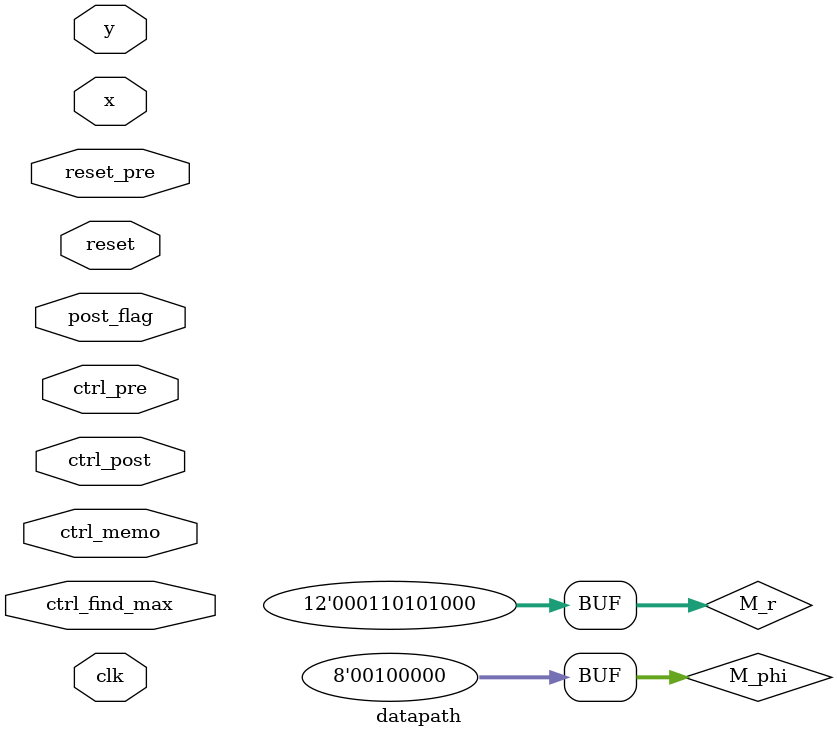
<source format=v>


module datapath(clk, reset_pre, reset, x, y, ctrl_pre, ctrl_memo, ctrl_find_max, ctrl_post, post_flag);
			parameter msb_ctrl_pre = 29, msb_ctrl_memo = 11, msb_ctrl_max = 16, msb_ctrl_post = 8
			, msb = 15
			, msb_phi = 7, msb_r = 11, msb_cnt = 15, msb_M = 35, msb_xy = 15;
			input[msb_xy:0] x, y;
			input clk, reset_pre, post_flag;
			input[2:0] reset;
			input[msb_ctrl_pre:0] ctrl_pre;
			input[msb_ctrl_memo:0] ctrl_memo;
			input[msb_ctrl_max:0] ctrl_find_max;
			input[msb_ctrl_post:0] ctrl_post;

			wire[msb_xy:0] phi_degree, r_pre;
			wire[msb_r:0] r_int, M1_r, M2_r, M_r;
			wire[msb_phi:0] phi_int, M1_phi, M2_phi, M_phi;
			wire[msb_cnt:0] cnt_int;
			wire[msb_M:0] M1, M2;
			wire[msb:0] add_memo, j;


			block_pre bk_pre(.clk(clk), .reset(reset_pre), .reset_post(reset[2]), .x(x), .y(y), .ctrl_pre(ctrl_pre), .ctrl_post(ctrl_post), .phi_degree(phi_degree)
			, .r_pre(r_pre), .phi_int(phi_int), .M_phi(M_phi), .r_int(r_int), .M_r(M_r), .add_memo(add_memo), .j(j), .post_flag(post_flag));
									
			block_memo bk_memo(.clk(clk), .reset(reset[1]), .r_pre(r_pre), .phi_degree(phi_degree)
									, .ctrl(ctrl_memo), .r_int(r_int), .phi_int(phi_int), .out_add(add_memo), .cnt_int(cnt_int), .j(j));
									
			block_find_max bk_find_max(.clk(clk), .reset(), .r_int(r_int), .phi_int(phi_int)
									, .cnt_int(cnt_int), .ctrl(ctrl_find_max), .M1_phi(M1_phi), .M1_r(M1_r), .M2_phi(M2_phi), .M2_r(M2_r), .cnt_tmp(add_memo));
									
			// test M_r = 424; M_phi = 32
			assign M_r = 12'd424;
			assign M_phi = 8'd32;
									

endmodule



</source>
